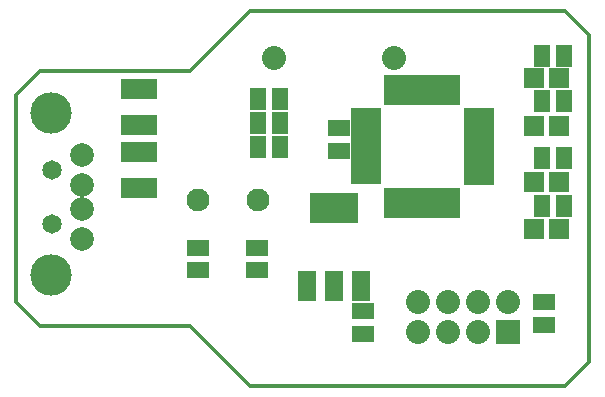
<source format=gts>
G04 (created by PCBNEW-RS274X (2012-apr-16-27)-stable) date Wed 14 May 2014 05:30:57 PM MSK*
G01*
G70*
G90*
%MOIN*%
G04 Gerber Fmt 3.4, Leading zero omitted, Abs format*
%FSLAX34Y34*%
G04 APERTURE LIST*
%ADD10C,0.006000*%
%ADD11C,0.012000*%
%ADD12C,0.079100*%
%ADD13C,0.138100*%
%ADD14R,0.098700X0.037700*%
%ADD15R,0.037700X0.098700*%
%ADD16R,0.164000X0.100000*%
%ADD17R,0.060000X0.100000*%
%ADD18R,0.120000X0.070000*%
%ADD19R,0.055000X0.075000*%
%ADD20R,0.075000X0.055000*%
%ADD21R,0.080000X0.080000*%
%ADD22C,0.080000*%
%ADD23R,0.067200X0.067200*%
%ADD24C,0.076000*%
%ADD25C,0.065000*%
G04 APERTURE END LIST*
G54D10*
G54D11*
X40200Y-34700D02*
X40200Y-33900D01*
X41000Y-35500D02*
X40200Y-34700D01*
X46000Y-35500D02*
X41000Y-35500D01*
X40200Y-27800D02*
X40200Y-34000D01*
X41000Y-27000D02*
X40200Y-27800D01*
X46000Y-27000D02*
X41000Y-27000D01*
X59300Y-36700D02*
X59200Y-36800D01*
X59300Y-36600D02*
X59300Y-36700D01*
X59300Y-25800D02*
X59300Y-36600D01*
X59200Y-25700D02*
X59300Y-25800D01*
X58500Y-25000D02*
X48000Y-25000D01*
X58500Y-37500D02*
X59200Y-36800D01*
X58500Y-25000D02*
X59200Y-25700D01*
X48000Y-37500D02*
X58500Y-37500D01*
X46000Y-35500D02*
X48000Y-37500D01*
X46000Y-27000D02*
X48000Y-25000D01*
G54D12*
X42400Y-32600D03*
X42400Y-31600D03*
X42400Y-30800D03*
X42400Y-29800D03*
G54D13*
X41350Y-33800D03*
X41350Y-28400D03*
G54D14*
X51844Y-30621D03*
X51844Y-30306D03*
X51844Y-29991D03*
X51844Y-29676D03*
X51844Y-29361D03*
X51844Y-29046D03*
X51844Y-28731D03*
X51844Y-28416D03*
X55610Y-28418D03*
X55610Y-30628D03*
X55610Y-30308D03*
X55610Y-29988D03*
X55610Y-29678D03*
X55610Y-29358D03*
X55610Y-29048D03*
X55610Y-28728D03*
G54D15*
X52628Y-27628D03*
X52942Y-27628D03*
X53258Y-27628D03*
X53572Y-27628D03*
X53888Y-27628D03*
X54202Y-27628D03*
X54518Y-27628D03*
X54832Y-27628D03*
X52630Y-31408D03*
X52940Y-31408D03*
X53260Y-31408D03*
X53570Y-31408D03*
X53880Y-31408D03*
X54200Y-31408D03*
X54520Y-31408D03*
X54840Y-31408D03*
G54D16*
X50787Y-31574D03*
G54D17*
X50787Y-34174D03*
X51687Y-34174D03*
X49887Y-34174D03*
G54D18*
X44300Y-27600D03*
X44300Y-28800D03*
X44300Y-30900D03*
X44300Y-29700D03*
G54D19*
X57725Y-26500D03*
X58475Y-26500D03*
X57725Y-28000D03*
X58475Y-28000D03*
X57725Y-29900D03*
X58475Y-29900D03*
X57725Y-31500D03*
X58475Y-31500D03*
G54D20*
X46260Y-32893D03*
X46260Y-33643D03*
G54D19*
X48247Y-27953D03*
X48997Y-27953D03*
X48997Y-28740D03*
X48247Y-28740D03*
X48997Y-29528D03*
X48247Y-29528D03*
G54D20*
X57800Y-34725D03*
X57800Y-35475D03*
X51750Y-35025D03*
X51750Y-35775D03*
X48228Y-32893D03*
X48228Y-33643D03*
G54D21*
X56600Y-35700D03*
G54D22*
X56600Y-34700D03*
X55600Y-35700D03*
X55600Y-34700D03*
X54600Y-35700D03*
X54600Y-34700D03*
X53600Y-35700D03*
X53600Y-34700D03*
G54D23*
X57461Y-27259D03*
X58287Y-27259D03*
X57461Y-28834D03*
X58287Y-28834D03*
X57461Y-30709D03*
X58287Y-30709D03*
X57461Y-32283D03*
X58287Y-32283D03*
G54D24*
X46244Y-31299D03*
X48244Y-31299D03*
G54D22*
X48787Y-26575D03*
X52787Y-26575D03*
G54D20*
X50950Y-28925D03*
X50950Y-29675D03*
G54D25*
X41400Y-30300D03*
X41400Y-32100D03*
M02*

</source>
